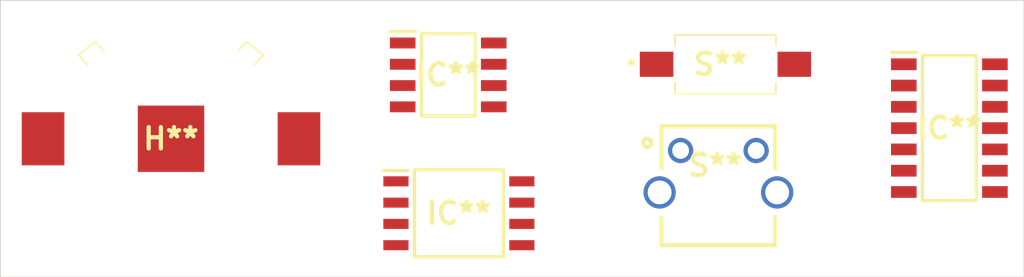
<source format=kicad_pcb>
(kicad_pcb (version 20171130) (host pcbnew 5.1.5-52549c5~84~ubuntu18.04.1)

  (general
    (thickness 1.6)
    (drawings 4)
    (tracks 0)
    (zones 0)
    (modules 6)
    (nets 1)
  )

  (page A4)
  (layers
    (0 F.Cu signal)
    (31 B.Cu signal)
    (32 B.Adhes user)
    (33 F.Adhes user)
    (34 B.Paste user)
    (35 F.Paste user)
    (36 B.SilkS user)
    (37 F.SilkS user)
    (38 B.Mask user)
    (39 F.Mask user)
    (40 Dwgs.User user)
    (41 Cmts.User user)
    (42 Eco1.User user)
    (43 Eco2.User user)
    (44 Edge.Cuts user)
    (45 Margin user)
    (46 B.CrtYd user)
    (47 F.CrtYd user)
    (48 B.Fab user)
    (49 F.Fab user)
  )

  (setup
    (last_trace_width 0.25)
    (trace_clearance 0.2)
    (zone_clearance 0.508)
    (zone_45_only no)
    (trace_min 0.2)
    (via_size 0.8)
    (via_drill 0.4)
    (via_min_size 0.4)
    (via_min_drill 0.3)
    (uvia_size 0.3)
    (uvia_drill 0.1)
    (uvias_allowed no)
    (uvia_min_size 0.2)
    (uvia_min_drill 0.1)
    (edge_width 0.05)
    (segment_width 0.2)
    (pcb_text_width 0.3)
    (pcb_text_size 1.5 1.5)
    (mod_edge_width 0.12)
    (mod_text_size 1 1)
    (mod_text_width 0.15)
    (pad_size 1.524 1.524)
    (pad_drill 0.762)
    (pad_to_mask_clearance 0.051)
    (solder_mask_min_width 0.25)
    (aux_axis_origin 0 0)
    (visible_elements FFFFFF7F)
    (pcbplotparams
      (layerselection 0x010fc_ffffffff)
      (usegerberextensions false)
      (usegerberattributes false)
      (usegerberadvancedattributes false)
      (creategerberjobfile false)
      (excludeedgelayer true)
      (linewidth 0.100000)
      (plotframeref false)
      (viasonmask false)
      (mode 1)
      (useauxorigin false)
      (hpglpennumber 1)
      (hpglpenspeed 20)
      (hpglpendiameter 15.000000)
      (psnegative false)
      (psa4output false)
      (plotreference false)
      (plotvalue false)
      (plotinvisibletext false)
      (padsonsilk false)
      (subtractmaskfromsilk false)
      (outputformat 4)
      (mirror false)
      (drillshape 0)
      (scaleselection 1)
      (outputdirectory "/home/greynaga/Desktop/"))
  )

  (net 0 "")

  (net_class Default "This is the default net class."
    (clearance 0.2)
    (trace_width 0.25)
    (via_dia 0.8)
    (via_drill 0.4)
    (uvia_dia 0.3)
    (uvia_drill 0.1)
  )

  (module "SamacSys_Parts:PTS645V(31)" (layer F.Cu) (tedit 0) (tstamp 5DF456D1)
    (at 166.37 100.33)
    (descr PTS647SM38SMTR2LFS-2)
    (tags Switch)
    (fp_text reference S** (at 3.2 -4.762) (layer F.SilkS)
      (effects (font (size 1.27 1.27) (thickness 0.254)))
    )
    (fp_text value "PTS645V(31)" (at 3.2 -4.762) (layer F.SilkS) hide
      (effects (font (size 1.27 1.27) (thickness 0.254)))
    )
    (fp_circle (center -0.849 -6.107) (end -0.849 -5.9861) (layer F.SilkS) (width 0.254))
    (fp_line (start 0 -7.1) (end 0 -4.592) (layer F.SilkS) (width 0.254))
    (fp_line (start 6.783 -7.1) (end 6.783 -4.578) (layer F.SilkS) (width 0.254))
    (fp_line (start 0 -7.1) (end 6.783 -7.1) (layer F.SilkS) (width 0.254))
    (fp_line (start 0 0) (end 0 -1.619) (layer F.SilkS) (width 0.254))
    (fp_line (start 6.783 0) (end 6.783 -1.689) (layer F.SilkS) (width 0.254))
    (fp_line (start 0 0) (end 6.783 0) (layer F.SilkS) (width 0.254))
    (fp_line (start 0 0) (end 0 -7.1) (layer F.Fab) (width 0.254))
    (fp_line (start 6.783 0) (end 0 0) (layer F.Fab) (width 0.254))
    (fp_line (start 6.783 -7.1) (end 6.783 0) (layer F.Fab) (width 0.254))
    (fp_line (start 0 -7.1) (end 6.783 -7.1) (layer F.Fab) (width 0.254))
    (fp_text user %R (at 3.2 -4.762) (layer F.Fab)
      (effects (font (size 1.27 1.27) (thickness 0.254)))
    )
    (pad 4 thru_hole circle (at -0.111 -3.15) (size 1.92 1.92) (drill 1.42) (layers *.Cu *.Mask))
    (pad 3 thru_hole circle (at 6.889 -3.15) (size 1.92 1.92) (drill 1.42) (layers *.Cu *.Mask))
    (pad 2 thru_hole circle (at 5.639 -5.65) (size 1.5 1.5) (drill 1) (layers *.Cu *.Mask))
    (pad 1 thru_hole circle (at 1.139 -5.65) (size 1.5 1.5) (drill 1) (layers *.Cu *.Mask))
  )

  (module SamacSys_Parts:SOT127P798X216-8N (layer F.Cu) (tedit 0) (tstamp 5DF4516D)
    (at 154.305 98.425)
    (descr 8S2)
    (tags "Integrated Circuit")
    (attr smd)
    (fp_text reference IC** (at 0 0) (layer F.SilkS)
      (effects (font (size 1.27 1.27) (thickness 0.254)))
    )
    (fp_text value SOT127P798X216-8N (at 0 0) (layer F.SilkS) hide
      (effects (font (size 1.27 1.27) (thickness 0.254)))
    )
    (fp_line (start -4.5 -2.555) (end -3 -2.555) (layer F.SilkS) (width 0.2))
    (fp_line (start -2.645 2.595) (end -2.645 -2.595) (layer F.SilkS) (width 0.2))
    (fp_line (start 2.645 2.595) (end -2.645 2.595) (layer F.SilkS) (width 0.2))
    (fp_line (start 2.645 -2.595) (end 2.645 2.595) (layer F.SilkS) (width 0.2))
    (fp_line (start -2.645 -2.595) (end 2.645 -2.595) (layer F.SilkS) (width 0.2))
    (fp_line (start -2.645 -1.325) (end -1.375 -2.595) (layer F.Fab) (width 0.1))
    (fp_line (start -2.645 2.595) (end -2.645 -2.595) (layer F.Fab) (width 0.1))
    (fp_line (start 2.645 2.595) (end -2.645 2.595) (layer F.Fab) (width 0.1))
    (fp_line (start 2.645 -2.595) (end 2.645 2.595) (layer F.Fab) (width 0.1))
    (fp_line (start -2.645 -2.595) (end 2.645 -2.595) (layer F.Fab) (width 0.1))
    (fp_line (start -4.75 2.875) (end -4.75 -2.875) (layer F.CrtYd) (width 0.05))
    (fp_line (start 4.75 2.875) (end -4.75 2.875) (layer F.CrtYd) (width 0.05))
    (fp_line (start 4.75 -2.875) (end 4.75 2.875) (layer F.CrtYd) (width 0.05))
    (fp_line (start -4.75 -2.875) (end 4.75 -2.875) (layer F.CrtYd) (width 0.05))
    (fp_text user %R (at 0 0) (layer F.Fab)
      (effects (font (size 1.27 1.27) (thickness 0.254)))
    )
    (pad 8 smd rect (at 3.75 -1.905 90) (size 0.6 1.5) (layers F.Cu F.Paste F.Mask))
    (pad 7 smd rect (at 3.75 -0.635 90) (size 0.6 1.5) (layers F.Cu F.Paste F.Mask))
    (pad 6 smd rect (at 3.75 0.635 90) (size 0.6 1.5) (layers F.Cu F.Paste F.Mask))
    (pad 5 smd rect (at 3.75 1.905 90) (size 0.6 1.5) (layers F.Cu F.Paste F.Mask))
    (pad 4 smd rect (at -3.75 1.905 90) (size 0.6 1.5) (layers F.Cu F.Paste F.Mask))
    (pad 3 smd rect (at -3.75 0.635 90) (size 0.6 1.5) (layers F.Cu F.Paste F.Mask))
    (pad 2 smd rect (at -3.75 -0.635 90) (size 0.6 1.5) (layers F.Cu F.Paste F.Mask))
    (pad 1 smd rect (at -3.75 -1.905 90) (size 0.6 1.5) (layers F.Cu F.Paste F.Mask))
    (model C:\Users\Admin\Desktop\KiCad\SamacSys_Parts.3dshapes\ATTINY85-20SU.stp
      (at (xyz 0 0 0))
      (scale (xyz 1 1 1))
      (rotate (xyz 0 0 0))
    )
  )

  (module SamacSys_Parts:SOIC127P600X175-14N (layer F.Cu) (tedit 0) (tstamp 5DF449D3)
    (at 183.515 93.345)
    (descr "14-pin SOIC150")
    (tags "Integrated Circuit")
    (attr smd)
    (fp_text reference IC** (at 0 0) (layer F.SilkS)
      (effects (font (size 1.27 1.27) (thickness 0.254)))
    )
    (fp_text value SOIC127P600X175-14N (at 0 0) (layer F.SilkS) hide
      (effects (font (size 1.27 1.27) (thickness 0.254)))
    )
    (fp_line (start -3.475 -4.51) (end -1.95 -4.51) (layer F.SilkS) (width 0.2))
    (fp_line (start -1.6 4.325) (end -1.6 -4.325) (layer F.SilkS) (width 0.2))
    (fp_line (start 1.6 4.325) (end -1.6 4.325) (layer F.SilkS) (width 0.2))
    (fp_line (start 1.6 -4.325) (end 1.6 4.325) (layer F.SilkS) (width 0.2))
    (fp_line (start -1.6 -4.325) (end 1.6 -4.325) (layer F.SilkS) (width 0.2))
    (fp_line (start -1.95 -3.055) (end -0.68 -4.325) (layer F.Fab) (width 0.1))
    (fp_line (start -1.95 4.325) (end -1.95 -4.325) (layer F.Fab) (width 0.1))
    (fp_line (start 1.95 4.325) (end -1.95 4.325) (layer F.Fab) (width 0.1))
    (fp_line (start 1.95 -4.325) (end 1.95 4.325) (layer F.Fab) (width 0.1))
    (fp_line (start -1.95 -4.325) (end 1.95 -4.325) (layer F.Fab) (width 0.1))
    (fp_line (start -3.725 4.625) (end -3.725 -4.625) (layer F.CrtYd) (width 0.05))
    (fp_line (start 3.725 4.625) (end -3.725 4.625) (layer F.CrtYd) (width 0.05))
    (fp_line (start 3.725 -4.625) (end 3.725 4.625) (layer F.CrtYd) (width 0.05))
    (fp_line (start -3.725 -4.625) (end 3.725 -4.625) (layer F.CrtYd) (width 0.05))
    (fp_text user %R (at 0 0) (layer F.Fab)
      (effects (font (size 1.27 1.27) (thickness 0.254)))
    )
    (pad 14 smd rect (at 2.712 -3.81 90) (size 0.7 1.525) (layers F.Cu F.Paste F.Mask))
    (pad 13 smd rect (at 2.712 -2.54 90) (size 0.7 1.525) (layers F.Cu F.Paste F.Mask))
    (pad 12 smd rect (at 2.712 -1.27 90) (size 0.7 1.525) (layers F.Cu F.Paste F.Mask))
    (pad 11 smd rect (at 2.712 0 90) (size 0.7 1.525) (layers F.Cu F.Paste F.Mask))
    (pad 10 smd rect (at 2.712 1.27 90) (size 0.7 1.525) (layers F.Cu F.Paste F.Mask))
    (pad 9 smd rect (at 2.712 2.54 90) (size 0.7 1.525) (layers F.Cu F.Paste F.Mask))
    (pad 8 smd rect (at 2.712 3.81 90) (size 0.7 1.525) (layers F.Cu F.Paste F.Mask))
    (pad 7 smd rect (at -2.712 3.81 90) (size 0.7 1.525) (layers F.Cu F.Paste F.Mask))
    (pad 6 smd rect (at -2.712 2.54 90) (size 0.7 1.525) (layers F.Cu F.Paste F.Mask))
    (pad 5 smd rect (at -2.712 1.27 90) (size 0.7 1.525) (layers F.Cu F.Paste F.Mask))
    (pad 4 smd rect (at -2.712 0 90) (size 0.7 1.525) (layers F.Cu F.Paste F.Mask))
    (pad 3 smd rect (at -2.712 -1.27 90) (size 0.7 1.525) (layers F.Cu F.Paste F.Mask))
    (pad 2 smd rect (at -2.712 -2.54 90) (size 0.7 1.525) (layers F.Cu F.Paste F.Mask))
    (pad 1 smd rect (at -2.712 -3.81 90) (size 0.7 1.525) (layers F.Cu F.Paste F.Mask))
    (model C:\Users\Admin\Desktop\KiCad\SamacSys_Parts.3dshapes\ATSAMD11C14A-SSUT.stp
      (at (xyz 0 0 0))
      (scale (xyz 1 1 1))
      (rotate (xyz 0 0 0))
    )
  )

  (module SamacSys_Parts:PTS636SK43SMTRLFS (layer F.Cu) (tedit 0) (tstamp 5DF44516)
    (at 170.18 89.535)
    (descr "PTS636 SK43 SMTR LFS-2")
    (tags Switch)
    (attr smd)
    (fp_text reference S** (at -0.3 0) (layer F.SilkS)
      (effects (font (size 1.27 1.27) (thickness 0.254)))
    )
    (fp_text value PTS636SK43SMTRLFS (at -0.3 0) (layer F.SilkS) hide
      (effects (font (size 1.27 1.27) (thickness 0.254)))
    )
    (fp_arc (start -5.6 -0.1) (end -5.5 -0.1) (angle -180) (layer F.SilkS) (width 0.2))
    (fp_arc (start -5.6 -0.1) (end -5.7 -0.1) (angle -180) (layer F.SilkS) (width 0.2))
    (fp_line (start -5.5 -0.1) (end -5.5 -0.1) (layer F.SilkS) (width 0.2))
    (fp_line (start -5.7 -0.1) (end -5.7 -0.1) (layer F.SilkS) (width 0.2))
    (fp_line (start 3 -1.75) (end 3 -1.1) (layer F.SilkS) (width 0.1))
    (fp_line (start -3 -1.75) (end 3 -1.75) (layer F.SilkS) (width 0.1))
    (fp_line (start -3 -1.1) (end -3 -1.75) (layer F.SilkS) (width 0.1))
    (fp_line (start 3 1.75) (end 3 1.1) (layer F.SilkS) (width 0.1))
    (fp_line (start -3 1.75) (end 3 1.75) (layer F.SilkS) (width 0.1))
    (fp_line (start -3 1.1) (end -3 1.75) (layer F.SilkS) (width 0.1))
    (fp_line (start -6.7 2.75) (end -6.7 -2.75) (layer F.CrtYd) (width 0.1))
    (fp_line (start 6.1 2.75) (end -6.7 2.75) (layer F.CrtYd) (width 0.1))
    (fp_line (start 6.1 -2.75) (end 6.1 2.75) (layer F.CrtYd) (width 0.1))
    (fp_line (start -6.7 -2.75) (end 6.1 -2.75) (layer F.CrtYd) (width 0.1))
    (fp_line (start -3 1.75) (end -3 -1.75) (layer F.Fab) (width 0.2))
    (fp_line (start 3 1.75) (end -3 1.75) (layer F.Fab) (width 0.2))
    (fp_line (start 3 -1.75) (end 3 1.75) (layer F.Fab) (width 0.2))
    (fp_line (start -3 -1.75) (end 3 -1.75) (layer F.Fab) (width 0.2))
    (fp_text user %R (at -0.3 0) (layer F.Fab)
      (effects (font (size 1.27 1.27) (thickness 0.254)))
    )
    (pad 2 smd rect (at 4.1 0 90) (size 1.5 2) (layers F.Cu F.Paste F.Mask))
    (pad 1 smd rect (at -4.1 0 90) (size 1.5 2) (layers F.Cu F.Paste F.Mask))
  )

  (module SamacSys_Parts:NE555DR (layer F.Cu) (tedit 0) (tstamp 5DF442C0)
    (at 153.67 90.17)
    (descr "D (R-PDSO-G8)")
    (tags "Integrated Circuit")
    (attr smd)
    (fp_text reference IC** (at 0 0) (layer F.SilkS)
      (effects (font (size 1.27 1.27) (thickness 0.254)))
    )
    (fp_text value SOIC127P600X175-8N (at 0 0) (layer F.SilkS) hide
      (effects (font (size 1.27 1.27) (thickness 0.254)))
    )
    (fp_line (start -3.475 -2.58) (end -1.95 -2.58) (layer F.SilkS) (width 0.2))
    (fp_line (start -1.6 2.45) (end -1.6 -2.45) (layer F.SilkS) (width 0.2))
    (fp_line (start 1.6 2.45) (end -1.6 2.45) (layer F.SilkS) (width 0.2))
    (fp_line (start 1.6 -2.45) (end 1.6 2.45) (layer F.SilkS) (width 0.2))
    (fp_line (start -1.6 -2.45) (end 1.6 -2.45) (layer F.SilkS) (width 0.2))
    (fp_line (start -1.95 -1.18) (end -0.68 -2.45) (layer Dwgs.User) (width 0.1))
    (fp_line (start -1.95 2.45) (end -1.95 -2.45) (layer Dwgs.User) (width 0.1))
    (fp_line (start 1.95 2.45) (end -1.95 2.45) (layer Dwgs.User) (width 0.1))
    (fp_line (start 1.95 -2.45) (end 1.95 2.45) (layer Dwgs.User) (width 0.1))
    (fp_line (start -1.95 -2.45) (end 1.95 -2.45) (layer Dwgs.User) (width 0.1))
    (fp_line (start -3.725 2.75) (end -3.725 -2.75) (layer Dwgs.User) (width 0.05))
    (fp_line (start 3.725 2.75) (end -3.725 2.75) (layer Dwgs.User) (width 0.05))
    (fp_line (start 3.725 -2.75) (end 3.725 2.75) (layer Dwgs.User) (width 0.05))
    (fp_line (start -3.725 -2.75) (end 3.725 -2.75) (layer Dwgs.User) (width 0.05))
    (pad 8 smd rect (at 2.712 -1.905 90) (size 0.65 1.525) (layers F.Cu F.Paste))
    (pad 7 smd rect (at 2.712 -0.635 90) (size 0.65 1.525) (layers F.Cu F.Paste))
    (pad 6 smd rect (at 2.712 0.635 90) (size 0.65 1.525) (layers F.Cu F.Paste))
    (pad 5 smd rect (at 2.712 1.905 90) (size 0.65 1.525) (layers F.Cu F.Paste))
    (pad 4 smd rect (at -2.712 1.905 90) (size 0.65 1.525) (layers F.Cu F.Paste))
    (pad 3 smd rect (at -2.712 0.635 90) (size 0.65 1.525) (layers F.Cu F.Paste))
    (pad 2 smd rect (at -2.712 -0.635 90) (size 0.65 1.525) (layers F.Cu F.Paste))
    (pad 1 smd rect (at -2.712 -1.905 90) (size 0.65 1.525) (layers F.Cu F.Paste))
    (model C:\Users\Admin\Desktop\KiCad\SamacSys_Parts.3dshapes\NE555DR.stp
      (at (xyz 0 0 0))
      (scale (xyz 1 1 1))
      (rotate (xyz 0 0 0))
    )
  )

  (module SamacSys_Parts:2894 (layer F.Cu) (tedit 0) (tstamp 5DF44274)
    (at 137.16 93.98)
    (descr 2894-3)
    (tags Hardware)
    (attr smd)
    (fp_text reference H** (at 0 0) (layer F.SilkS)
      (effects (font (size 1.27 1.27) (thickness 0.254)))
    )
    (fp_text value 2894 (at 0 0) (layer F.SilkS) hide
      (effects (font (size 1.27 1.27) (thickness 0.254)))
    )
    (fp_arc (start 0 0) (end 6.605 0) (angle -180) (layer F.Fab) (width 0.2))
    (fp_arc (start 0 0) (end -6.605 0) (angle -180) (layer F.Fab) (width 0.2))
    (fp_line (start 5.5 -5) (end 5 -4.45) (layer F.SilkS) (width 0.1))
    (fp_line (start 4.5 -5.8) (end 5.5 -5) (layer F.SilkS) (width 0.1))
    (fp_line (start 4 -5.25) (end 4.5 -5.8) (layer F.SilkS) (width 0.1))
    (fp_line (start 4.5 -5.8) (end 4 -5.25) (layer F.Fab) (width 0.2))
    (fp_line (start 5.5 -5) (end 4.5 -5.8) (layer F.Fab) (width 0.2))
    (fp_line (start 5 -4.45) (end 5.5 -5) (layer F.Fab) (width 0.2))
    (fp_line (start -4.5 -5.8) (end -4 -5.25) (layer F.SilkS) (width 0.1))
    (fp_line (start -5.5 -5) (end -4.5 -5.8) (layer F.SilkS) (width 0.1))
    (fp_line (start -5 -4.45) (end -5.5 -5) (layer F.SilkS) (width 0.1))
    (fp_line (start -4.5 -5.8) (end -4 -5.25) (layer F.Fab) (width 0.2))
    (fp_line (start -5.5 -5) (end -4.5 -5.8) (layer F.Fab) (width 0.2))
    (fp_line (start -5 -4.45) (end -5.5 -5) (layer F.Fab) (width 0.2))
    (fp_line (start 6.605 0) (end 6.605 0) (layer F.Fab) (width 0.2))
    (fp_line (start -6.605 0) (end -6.605 0) (layer F.Fab) (width 0.2))
    (fp_line (start -9.89 7.605) (end -9.89 -7.605) (layer F.CrtYd) (width 0.1))
    (fp_line (start 9.89 7.605) (end -9.89 7.605) (layer F.CrtYd) (width 0.1))
    (fp_line (start 9.89 -7.605) (end 9.89 7.605) (layer F.CrtYd) (width 0.1))
    (fp_line (start -9.89 -7.605) (end 9.89 -7.605) (layer F.CrtYd) (width 0.1))
    (fp_text user %R (at 0 0) (layer F.Fab)
      (effects (font (size 1.27 1.27) (thickness 0.254)))
    )
    (pad MP1 smd rect (at 0 0) (size 3.96 3.96) (layers F.Cu F.Paste F.Mask))
    (pad 2 smd rect (at 7.62 0) (size 2.54 3.17) (layers F.Cu F.Paste F.Mask))
    (pad 1 smd rect (at -7.62 0) (size 2.54 3.17) (layers F.Cu F.Paste F.Mask))
  )

  (gr_line (start 187.96 102.235) (end 127 102.235) (layer Edge.Cuts) (width 0.05) (tstamp 5DF456D2))
  (gr_line (start 187.96 85.725) (end 187.96 102.235) (layer Edge.Cuts) (width 0.05))
  (gr_line (start 127 85.725) (end 187.96 85.725) (layer Edge.Cuts) (width 0.05))
  (gr_line (start 127 102.235) (end 127 85.725) (layer Edge.Cuts) (width 0.05))

)

</source>
